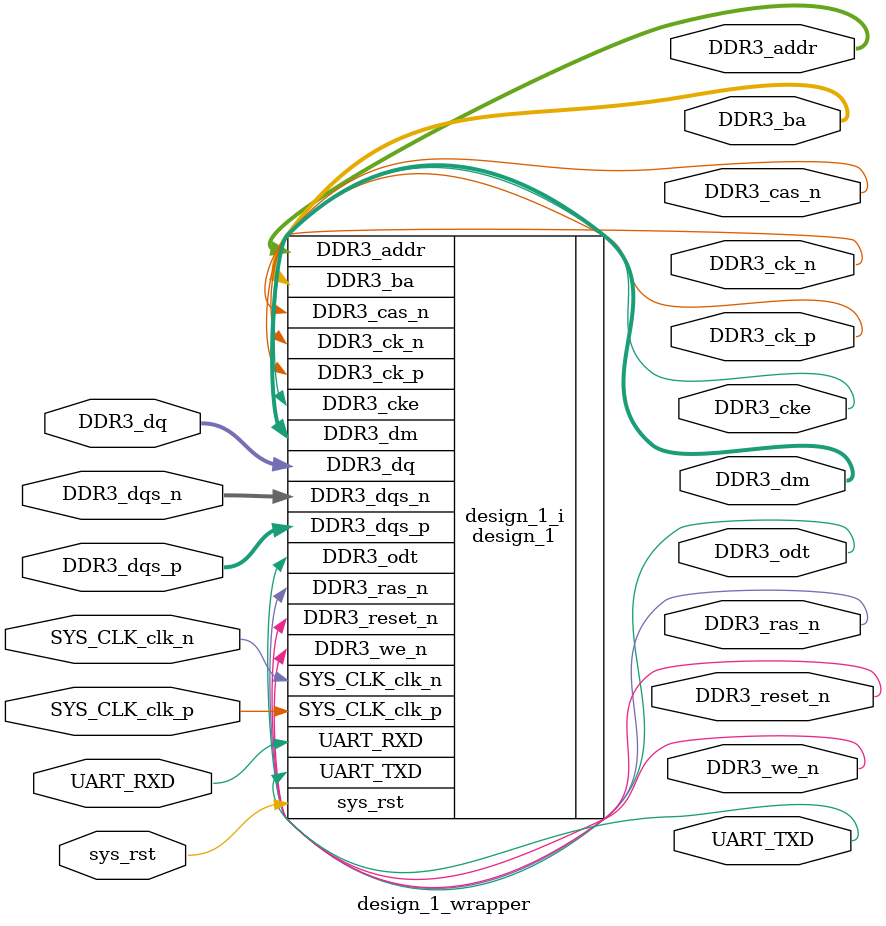
<source format=v>
`timescale 1 ps / 1 ps

module design_1_wrapper
   (DDR3_addr,
    DDR3_ba,
    DDR3_cas_n,
    DDR3_ck_n,
    DDR3_ck_p,
    DDR3_cke,
    DDR3_dm,
    DDR3_dq,
    DDR3_dqs_n,
    DDR3_dqs_p,
    DDR3_odt,
    DDR3_ras_n,
    DDR3_reset_n,
    DDR3_we_n,
    SYS_CLK_clk_n,
    SYS_CLK_clk_p,
    UART_RXD,
    UART_TXD,
    sys_rst);
  output [12:0]DDR3_addr;
  output [2:0]DDR3_ba;
  output DDR3_cas_n;
  output [0:0]DDR3_ck_n;
  output [0:0]DDR3_ck_p;
  output [0:0]DDR3_cke;
  output [1:0]DDR3_dm;
  inout [15:0]DDR3_dq;
  inout [1:0]DDR3_dqs_n;
  inout [1:0]DDR3_dqs_p;
  output [0:0]DDR3_odt;
  output DDR3_ras_n;
  output DDR3_reset_n;
  output DDR3_we_n;
  input SYS_CLK_clk_n;
  input SYS_CLK_clk_p;
  input UART_RXD;
  output UART_TXD;
  input sys_rst;

  wire [12:0]DDR3_addr;
  wire [2:0]DDR3_ba;
  wire DDR3_cas_n;
  wire [0:0]DDR3_ck_n;
  wire [0:0]DDR3_ck_p;
  wire [0:0]DDR3_cke;
  wire [1:0]DDR3_dm;
  wire [15:0]DDR3_dq;
  wire [1:0]DDR3_dqs_n;
  wire [1:0]DDR3_dqs_p;
  wire [0:0]DDR3_odt;
  wire DDR3_ras_n;
  wire DDR3_reset_n;
  wire DDR3_we_n;
  wire SYS_CLK_clk_n;
  wire SYS_CLK_clk_p;
  wire UART_RXD;
  wire UART_TXD;
  wire sys_rst;

  design_1 design_1_i
       (.DDR3_addr(DDR3_addr),
        .DDR3_ba(DDR3_ba),
        .DDR3_cas_n(DDR3_cas_n),
        .DDR3_ck_n(DDR3_ck_n),
        .DDR3_ck_p(DDR3_ck_p),
        .DDR3_cke(DDR3_cke),
        .DDR3_dm(DDR3_dm),
        .DDR3_dq(DDR3_dq),
        .DDR3_dqs_n(DDR3_dqs_n),
        .DDR3_dqs_p(DDR3_dqs_p),
        .DDR3_odt(DDR3_odt),
        .DDR3_ras_n(DDR3_ras_n),
        .DDR3_reset_n(DDR3_reset_n),
        .DDR3_we_n(DDR3_we_n),
        .SYS_CLK_clk_n(SYS_CLK_clk_n),
        .SYS_CLK_clk_p(SYS_CLK_clk_p),
        .UART_RXD(UART_RXD),
        .UART_TXD(UART_TXD),
        .sys_rst(sys_rst));
endmodule

</source>
